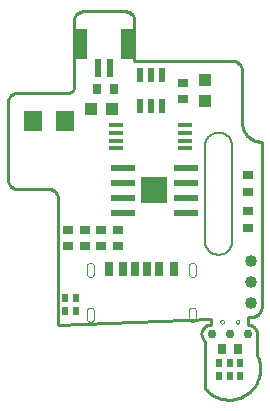
<source format=gtp>
G75*
G70*
%OFA0B0*%
%FSLAX24Y24*%
%IPPOS*%
%LPD*%
%AMOC8*
5,1,8,0,0,1.08239X$1,22.5*
%
%ADD10C,0.0050*%
%ADD11C,0.0100*%
%ADD12C,0.0000*%
%ADD13R,0.0630X0.0709*%
%ADD14R,0.0433X0.0394*%
%ADD15R,0.0394X0.0433*%
%ADD16R,0.0354X0.0250*%
%ADD17R,0.0250X0.0354*%
%ADD18R,0.0810X0.0240*%
%ADD19R,0.0900X0.0900*%
%ADD20R,0.0217X0.0472*%
%ADD21R,0.0472X0.0138*%
%ADD22R,0.0315X0.0472*%
%ADD23R,0.0299X0.0472*%
%ADD24C,0.0004*%
%ADD25C,0.0400*%
%ADD26C,0.0300*%
%ADD27R,0.0236X0.0610*%
%ADD28R,0.0480X0.1000*%
%ADD29R,0.0197X0.0276*%
D10*
X007158Y005436D02*
X007158Y008596D01*
X007160Y008637D01*
X007165Y008677D01*
X007174Y008717D01*
X007187Y008756D01*
X007203Y008793D01*
X007222Y008829D01*
X007245Y008863D01*
X007270Y008895D01*
X007299Y008925D01*
X007329Y008952D01*
X007362Y008976D01*
X007397Y008997D01*
X007434Y009014D01*
X007472Y009029D01*
X007512Y009040D01*
X007552Y009047D01*
X007593Y009051D01*
X007633Y009051D01*
X007674Y009047D01*
X007714Y009040D01*
X007754Y009029D01*
X007792Y009014D01*
X007829Y008997D01*
X007864Y008976D01*
X007897Y008952D01*
X007927Y008925D01*
X007956Y008895D01*
X007981Y008863D01*
X008004Y008829D01*
X008023Y008793D01*
X008039Y008756D01*
X008052Y008717D01*
X008061Y008677D01*
X008066Y008637D01*
X008068Y008596D01*
X008068Y005436D01*
X008066Y005395D01*
X008061Y005355D01*
X008052Y005315D01*
X008039Y005276D01*
X008023Y005239D01*
X008004Y005203D01*
X007981Y005169D01*
X007956Y005137D01*
X007927Y005107D01*
X007897Y005080D01*
X007864Y005056D01*
X007829Y005035D01*
X007792Y005018D01*
X007754Y005003D01*
X007714Y004992D01*
X007674Y004985D01*
X007633Y004981D01*
X007593Y004981D01*
X007552Y004985D01*
X007512Y004992D01*
X007472Y005003D01*
X007434Y005018D01*
X007397Y005035D01*
X007362Y005056D01*
X007329Y005080D01*
X007299Y005107D01*
X007270Y005137D01*
X007245Y005169D01*
X007222Y005203D01*
X007203Y005239D01*
X007187Y005276D01*
X007174Y005315D01*
X007165Y005355D01*
X007160Y005395D01*
X007158Y005436D01*
D11*
X007364Y002832D02*
X002254Y002646D01*
X002254Y006898D01*
X002248Y006931D01*
X002239Y006963D01*
X002226Y006994D01*
X002210Y007023D01*
X002192Y007050D01*
X002170Y007076D01*
X002146Y007099D01*
X002120Y007119D01*
X002092Y007137D01*
X002062Y007151D01*
X002031Y007162D01*
X001999Y007170D01*
X001966Y007175D01*
X001933Y007176D01*
X001900Y007174D01*
X001899Y007174D02*
X000904Y007174D01*
X000871Y007176D01*
X000839Y007181D01*
X000807Y007189D01*
X000776Y007201D01*
X000747Y007216D01*
X000719Y007234D01*
X000693Y007255D01*
X000670Y007278D01*
X000649Y007304D01*
X000631Y007331D01*
X000616Y007361D01*
X000604Y007392D01*
X000596Y007424D01*
X000591Y007456D01*
X000589Y007489D01*
X000589Y010062D01*
X000591Y010095D01*
X000596Y010127D01*
X000604Y010159D01*
X000616Y010190D01*
X000631Y010219D01*
X000649Y010247D01*
X000670Y010273D01*
X000693Y010296D01*
X000719Y010317D01*
X000747Y010335D01*
X000776Y010350D01*
X000807Y010362D01*
X000839Y010370D01*
X000871Y010375D01*
X000904Y010377D01*
X002595Y010377D01*
X002595Y010376D02*
X002621Y010378D01*
X002646Y010383D01*
X002670Y010391D01*
X002693Y010402D01*
X002715Y010417D01*
X002734Y010434D01*
X002751Y010453D01*
X002766Y010474D01*
X002777Y010498D01*
X002785Y010522D01*
X002790Y010547D01*
X002792Y010573D01*
X002792Y012782D01*
X002794Y012815D01*
X002799Y012847D01*
X002807Y012879D01*
X002819Y012910D01*
X002834Y012939D01*
X002852Y012967D01*
X002873Y012993D01*
X002896Y013016D01*
X002922Y013037D01*
X002950Y013055D01*
X002979Y013070D01*
X003010Y013082D01*
X003042Y013090D01*
X003074Y013095D01*
X003107Y013097D01*
X004489Y013097D01*
X004522Y013095D01*
X004554Y013090D01*
X004586Y013082D01*
X004617Y013070D01*
X004646Y013055D01*
X004674Y013037D01*
X004700Y013016D01*
X004723Y012993D01*
X004744Y012967D01*
X004762Y012939D01*
X004777Y012910D01*
X004789Y012879D01*
X004797Y012847D01*
X004802Y012815D01*
X004804Y012782D01*
X004804Y011456D01*
X008073Y011456D01*
X008073Y011455D02*
X008108Y011452D01*
X008142Y011444D01*
X008175Y011433D01*
X008207Y011419D01*
X008237Y011401D01*
X008265Y011380D01*
X008291Y011356D01*
X008315Y011330D01*
X008335Y011302D01*
X008352Y011271D01*
X008367Y011239D01*
X008377Y011206D01*
X008384Y011171D01*
X008388Y011136D01*
X008387Y011101D01*
X008388Y011101D02*
X008388Y009382D01*
X008387Y009381D02*
X008391Y009333D01*
X008397Y009285D01*
X008408Y009237D01*
X008422Y009191D01*
X008439Y009145D01*
X008460Y009101D01*
X008484Y009059D01*
X008511Y009019D01*
X008541Y008981D01*
X008574Y008945D01*
X008610Y008911D01*
X008647Y008881D01*
X008687Y008853D01*
X008729Y008828D01*
X008773Y008807D01*
X008818Y008789D01*
X008864Y008774D01*
X008912Y008763D01*
X008960Y008756D01*
X009008Y008752D01*
X009057Y008751D01*
X009057Y008752D02*
X009057Y003294D01*
X009055Y003255D01*
X009049Y003217D01*
X009040Y003180D01*
X009027Y003143D01*
X009010Y003108D01*
X008991Y003075D01*
X008968Y003044D01*
X008942Y003015D01*
X008913Y002989D01*
X008882Y002966D01*
X008849Y002947D01*
X008814Y002930D01*
X008777Y002917D01*
X008740Y002908D01*
X008702Y002902D01*
X008663Y002900D01*
X008663Y002901D02*
X008585Y002901D01*
X008585Y002646D01*
X008618Y002644D01*
X008650Y002639D01*
X008682Y002631D01*
X008713Y002619D01*
X008742Y002604D01*
X008770Y002586D01*
X008796Y002565D01*
X008819Y002542D01*
X008840Y002516D01*
X008858Y002488D01*
X008873Y002459D01*
X008885Y002428D01*
X008893Y002396D01*
X008898Y002364D01*
X008900Y002331D01*
X008900Y001623D01*
X008925Y001565D01*
X008947Y001505D01*
X008964Y001444D01*
X008978Y001382D01*
X008988Y001320D01*
X008995Y001257D01*
X008997Y001193D01*
X008995Y001130D01*
X008990Y001066D01*
X008981Y001004D01*
X008968Y000942D01*
X008951Y000880D01*
X008930Y000820D01*
X008906Y000762D01*
X008878Y000705D01*
X008847Y000649D01*
X008813Y000596D01*
X008775Y000545D01*
X008734Y000496D01*
X008690Y000450D01*
X008644Y000407D01*
X008595Y000367D01*
X008544Y000329D01*
X008490Y000295D01*
X008435Y000265D01*
X008377Y000237D01*
X008318Y000214D01*
X008258Y000194D01*
X008197Y000177D01*
X008135Y000165D01*
X008072Y000156D01*
X008009Y000151D01*
X007945Y000150D01*
X007882Y000153D01*
X007819Y000160D01*
X007756Y000170D01*
X007694Y000185D01*
X007633Y000203D01*
X007574Y000225D01*
X007516Y000251D01*
X007459Y000280D01*
X007405Y000312D01*
X007352Y000348D01*
X007302Y000387D01*
X007254Y000428D01*
X007209Y000473D01*
X007167Y000520D01*
X007167Y002095D01*
X007168Y002096D02*
X007141Y002117D01*
X007116Y002141D01*
X007095Y002168D01*
X007076Y002197D01*
X007061Y002228D01*
X007050Y002260D01*
X007042Y002293D01*
X007038Y002328D01*
X007039Y002362D01*
X007043Y002396D01*
X007050Y002430D01*
X007062Y002462D01*
X007077Y002493D01*
X007096Y002522D01*
X007117Y002548D01*
X007142Y002572D01*
X007169Y002593D01*
X007198Y002611D01*
X007229Y002626D01*
X007262Y002637D01*
X007296Y002644D01*
X007330Y002647D01*
X007364Y002646D01*
X007364Y002832D01*
D12*
X007670Y002746D02*
X007672Y002761D01*
X007677Y002775D01*
X007686Y002787D01*
X007698Y002797D01*
X007711Y002803D01*
X007726Y002806D01*
X007741Y002805D01*
X007756Y002800D01*
X007768Y002792D01*
X007779Y002781D01*
X007786Y002768D01*
X007790Y002754D01*
X007790Y002738D01*
X007786Y002724D01*
X007779Y002711D01*
X007768Y002700D01*
X007756Y002692D01*
X007741Y002687D01*
X007726Y002686D01*
X007711Y002689D01*
X007698Y002695D01*
X007686Y002705D01*
X007677Y002717D01*
X007672Y002731D01*
X007670Y002746D01*
X008180Y002746D02*
X008182Y002761D01*
X008187Y002775D01*
X008196Y002787D01*
X008208Y002797D01*
X008221Y002803D01*
X008236Y002806D01*
X008251Y002805D01*
X008266Y002800D01*
X008278Y002792D01*
X008289Y002781D01*
X008296Y002768D01*
X008300Y002754D01*
X008300Y002738D01*
X008296Y002724D01*
X008289Y002711D01*
X008278Y002700D01*
X008266Y002692D01*
X008251Y002687D01*
X008236Y002686D01*
X008221Y002689D01*
X008208Y002695D01*
X008196Y002705D01*
X008187Y002717D01*
X008182Y002731D01*
X008180Y002746D01*
D13*
X002496Y009426D03*
X001414Y009426D03*
D14*
X007150Y010092D03*
X007150Y010801D03*
D15*
X004056Y009846D03*
X003347Y009846D03*
D16*
X003150Y005820D03*
X003150Y005273D03*
X003700Y005273D03*
X003700Y005820D03*
X004250Y005820D03*
X004250Y005273D03*
X002600Y005273D03*
X002600Y005820D03*
X006433Y010173D03*
X006433Y010720D03*
X008600Y007637D03*
X008600Y007090D03*
X008600Y006437D03*
X008600Y005890D03*
D17*
X008261Y001846D03*
X007714Y001846D03*
X004117Y010496D03*
X003570Y010496D03*
D18*
X004410Y007880D03*
X004410Y007380D03*
X004410Y006880D03*
X004410Y006380D03*
X006530Y006380D03*
X006530Y006880D03*
X006530Y007380D03*
X006530Y007880D03*
D19*
X005470Y007130D03*
D20*
X005350Y009934D03*
X004976Y009934D03*
X004976Y010958D03*
X005350Y010958D03*
X005724Y010958D03*
X005724Y009934D03*
D21*
X006502Y009301D03*
X006502Y009045D03*
X006502Y008789D03*
X006502Y008533D03*
X004198Y008533D03*
X004198Y008789D03*
X004198Y009045D03*
X004198Y009301D03*
D22*
X004438Y004504D03*
X003954Y004504D03*
X005635Y004504D03*
X006119Y004504D03*
D23*
X005233Y004504D03*
X004840Y004504D03*
D24*
X003454Y004600D02*
X003454Y004356D01*
X003452Y004336D01*
X003447Y004316D01*
X003438Y004297D01*
X003426Y004280D01*
X003412Y004266D01*
X003395Y004254D01*
X003376Y004245D01*
X003356Y004240D01*
X003336Y004238D01*
X003316Y004240D01*
X003296Y004245D01*
X003277Y004254D01*
X003260Y004266D01*
X003246Y004280D01*
X003234Y004297D01*
X003225Y004316D01*
X003220Y004336D01*
X003218Y004356D01*
X003218Y004600D01*
X003220Y004620D01*
X003225Y004640D01*
X003234Y004659D01*
X003246Y004676D01*
X003260Y004690D01*
X003277Y004702D01*
X003296Y004711D01*
X003316Y004716D01*
X003336Y004718D01*
X003356Y004716D01*
X003376Y004711D01*
X003395Y004702D01*
X003412Y004690D01*
X003426Y004676D01*
X003438Y004659D01*
X003447Y004640D01*
X003452Y004620D01*
X003454Y004600D01*
X003454Y003104D02*
X003454Y002860D01*
X003452Y002840D01*
X003447Y002820D01*
X003438Y002801D01*
X003426Y002784D01*
X003412Y002770D01*
X003395Y002758D01*
X003376Y002749D01*
X003356Y002744D01*
X003336Y002742D01*
X003316Y002744D01*
X003296Y002749D01*
X003277Y002758D01*
X003260Y002770D01*
X003246Y002784D01*
X003234Y002801D01*
X003225Y002820D01*
X003220Y002840D01*
X003218Y002860D01*
X003218Y003104D01*
X003220Y003124D01*
X003225Y003144D01*
X003234Y003163D01*
X003246Y003180D01*
X003260Y003194D01*
X003277Y003206D01*
X003296Y003215D01*
X003316Y003220D01*
X003336Y003222D01*
X003356Y003220D01*
X003376Y003215D01*
X003395Y003206D01*
X003412Y003194D01*
X003426Y003180D01*
X003438Y003163D01*
X003447Y003144D01*
X003452Y003124D01*
X003454Y003104D01*
X006619Y003104D02*
X006619Y002860D01*
X006621Y002840D01*
X006626Y002820D01*
X006635Y002801D01*
X006647Y002784D01*
X006661Y002770D01*
X006678Y002758D01*
X006697Y002749D01*
X006717Y002744D01*
X006737Y002742D01*
X006757Y002744D01*
X006777Y002749D01*
X006796Y002758D01*
X006813Y002770D01*
X006827Y002784D01*
X006839Y002801D01*
X006848Y002820D01*
X006853Y002840D01*
X006855Y002860D01*
X006855Y003104D01*
X006853Y003124D01*
X006848Y003144D01*
X006839Y003163D01*
X006827Y003180D01*
X006813Y003194D01*
X006796Y003206D01*
X006777Y003215D01*
X006757Y003220D01*
X006737Y003222D01*
X006717Y003220D01*
X006697Y003215D01*
X006678Y003206D01*
X006661Y003194D01*
X006647Y003180D01*
X006635Y003163D01*
X006626Y003144D01*
X006621Y003124D01*
X006619Y003104D01*
X006619Y004356D02*
X006619Y004600D01*
X006621Y004620D01*
X006626Y004640D01*
X006635Y004659D01*
X006647Y004676D01*
X006661Y004690D01*
X006678Y004702D01*
X006697Y004711D01*
X006717Y004716D01*
X006737Y004718D01*
X006757Y004716D01*
X006777Y004711D01*
X006796Y004702D01*
X006813Y004690D01*
X006827Y004676D01*
X006839Y004659D01*
X006848Y004640D01*
X006853Y004620D01*
X006855Y004600D01*
X006855Y004356D01*
X006853Y004336D01*
X006848Y004316D01*
X006839Y004297D01*
X006827Y004280D01*
X006813Y004266D01*
X006796Y004254D01*
X006777Y004245D01*
X006757Y004240D01*
X006737Y004238D01*
X006717Y004240D01*
X006697Y004245D01*
X006678Y004254D01*
X006661Y004266D01*
X006647Y004280D01*
X006635Y004297D01*
X006626Y004316D01*
X006621Y004336D01*
X006619Y004356D01*
D25*
X008700Y004084D03*
X008700Y004784D03*
X008700Y003384D03*
D26*
X008587Y002346D03*
X007987Y002346D03*
X007387Y002346D03*
D27*
X003990Y011202D03*
X003597Y011202D03*
D28*
X002985Y011996D03*
X004602Y011996D03*
D29*
X002850Y003525D03*
X002500Y003525D03*
X002500Y003092D03*
X002850Y003092D03*
X007637Y001363D03*
X007987Y001363D03*
X008337Y001363D03*
X008337Y000930D03*
X007987Y000930D03*
X007637Y000930D03*
M02*

</source>
